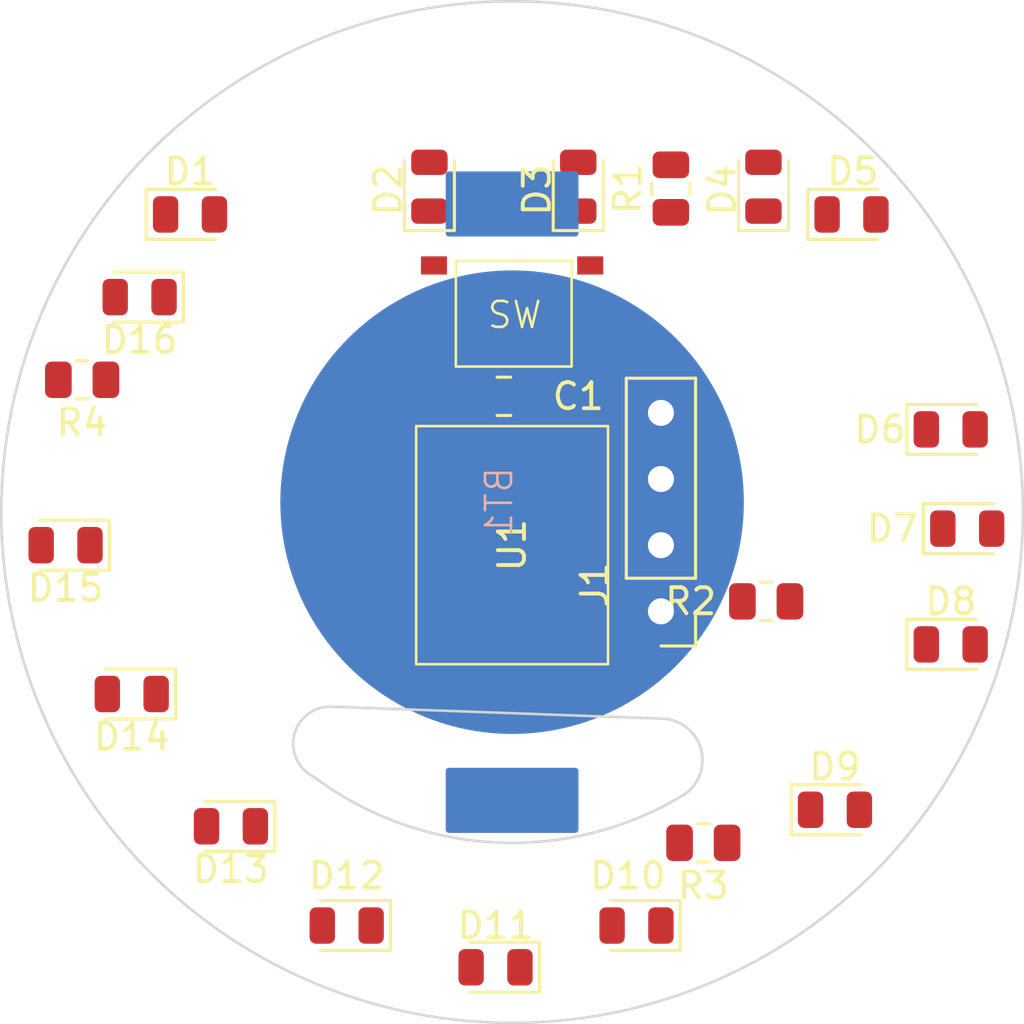
<source format=kicad_pcb>
(kicad_pcb (version 20221018) (generator pcbnew)
  (layers (0 "F.Cu" signal) (31 "B.Cu" signal) (34 "B.Paste" user) (35 "F.Paste" user) (36 "B.SilkS" user "B.Silkscreen") (37 "F.SilkS" user "F.Silkscreen") (38 "B.Mask" user) (39 "F.Mask" user) (44 "Edge.Cuts" user))
  (net 0 "")
  (net 1 "GND")
  (net 2 "/SW")
  (net 4 "VCC")
  (net 5 "/O-")
  (net 6 "/D+")
  (net 7 "/C+")
  (net 8 "/TX")
  (net 9 "/B+")
  (net 10 "/A+")
  (net 11 "/UPDI")
  (net 12 "/L-")
  (net 13 "/M-")
  (net 14 "/N-")
  (net 15 "Net-(D5-A)")
  (net 16 "Net-(D1-A)")
  (net 17 "Net-(D10-A)")
  (net 18 "Net-(D13-A)")
  (net 19 "/P-")
  (footprint "LED_SMD:LED_0805_2012Metric" (layer "F.Cu") (at 124.7925 104.775)
    (fp_text reference "D5" (at 0.0485 -1.651) (layer "F.SilkS"))
    (fp_text value "LED")
    (fp_line (start -1.685 -0.96) (end -1.685 0.96) (stroke (width 0.12)) (layer "F.SilkS"))
    (fp_line (start -1.685 0.96) (end 1 0.96) (stroke (width 0.12)) (layer "F.SilkS"))
    (fp_line (start 1 -0.96) (end -1.685 -0.96) (stroke (width 0.12)) (layer "F.SilkS"))
    (pad "1" smd roundrect (at -0.9375 0) (size 0.975 1.4) (layers "F.Cu" "F.Paste" "F.Mask") (net 13 "/M-"))
    (pad "2" smd roundrect (at 0.9375 0) (size 0.975 1.4) (layers "F.Cu" "F.Paste" "F.Mask") (net 15 "Net-(D5-A)"))
  )
  (footprint "Resistor_SMD:R_0805_2012Metric" (layer "F.Cu") (at 119.1025 128.905 180)
    (fp_text reference "R3" (at 0 -1.65) (layer "F.SilkS"))
    (fp_text value "27Ω")
    (fp_line (start -0.227064 -0.735) (end 0.227064 -0.735) (stroke (width 0.12)) (layer "F.SilkS"))
    (fp_line (start -0.227064 0.735) (end 0.227064 0.735) (stroke (width 0.12)) (layer "F.SilkS"))
    (pad "1" smd roundrect (at -0.9125 0 180) (size 1.025 1.4) (layers "F.Cu" "F.Paste" "F.Mask") (roundrect_rratio 0.243902) (net 7 "/C+"))
    (pad "2" smd roundrect (at 0.9125 0 180) (size 1.025 1.4) (layers "F.Cu" "F.Paste" "F.Mask") (roundrect_rratio 0.243902) (net 17 "Net-(D10-A)"))
  )
  (footprint "LED_SMD:LED_0805_2012Metric" (layer "F.Cu") (at 97.4575 107.95 180)
    (fp_text reference "D16" (at 0 -1.65) (layer "F.SilkS"))
    (fp_text value "LED")
    (fp_line (start -1.685 -0.96) (end -1.685 0.96) (stroke (width 0.12)) (layer "F.SilkS"))
    (fp_line (start -1.685 0.96) (end 1 0.96) (stroke (width 0.12)) (layer "F.SilkS"))
    (fp_line (start 1 -0.96) (end -1.685 -0.96) (stroke (width 0.12)) (layer "F.SilkS"))
    (pad "1" smd roundrect (at -0.9375 0 180) (size 0.975 1.4) (layers "F.Cu" "F.Paste" "F.Mask") (net 19 "/P-"))
    (pad "2" smd roundrect (at 0.9375 0 180) (size 0.975 1.4) (layers "F.Cu" "F.Paste" "F.Mask") (net 18 "Net-(D13-A)"))
  )
  (footprint "LED_SMD:LED_0805_2012Metric" (layer "F.Cu") (at 128.6025 121.285)
    (fp_text reference "D8" (at 0 -1.65) (layer "F.SilkS"))
    (fp_text value "LED")
    (fp_line (start -1.685 -0.96) (end -1.685 0.96) (stroke (width 0.12)) (layer "F.SilkS"))
    (fp_line (start -1.685 0.96) (end 1 0.96) (stroke (width 0.12)) (layer "F.SilkS"))
    (fp_line (start 1 -0.96) (end -1.685 -0.96) (stroke (width 0.12)) (layer "F.SilkS"))
    (pad "1" smd roundrect (at -0.9375 0) (size 0.975 1.4) (layers "F.Cu" "F.Paste" "F.Mask") (net 19 "/P-"))
    (pad "2" smd roundrect (at 0.9375 0) (size 0.975 1.4) (layers "F.Cu" "F.Paste" "F.Mask") (net 15 "Net-(D5-A)"))
  )
  (footprint "LED_SMD:LED_0805_2012Metric" (layer "F.Cu") (at 111.125 133.6825 180)
    (fp_text reference "D11" (at 0 1.6025) (layer "F.SilkS"))
    (fp_text value "LED")
    (fp_line (start -1.685 -0.96) (end -1.685 0.96) (stroke (width 0.12)) (layer "F.SilkS"))
    (fp_line (start -1.685 0.96) (end 1 0.96) (stroke (width 0.12)) (layer "F.SilkS"))
    (fp_line (start 1 -0.96) (end -1.685 -0.96) (stroke (width 0.12)) (layer "F.SilkS"))
    (pad "1" smd roundrect (at -0.9375 0 180) (size 0.975 1.4) (layers "F.Cu" "F.Paste" "F.Mask") (net 5 "/O-"))
    (pad "2" smd roundrect (at 0.9375 0 180) (size 0.975 1.4) (layers "F.Cu" "F.Paste" "F.Mask") (net 17 "Net-(D10-A)"))
  )
  (footprint "MyLib:PTS526 SM15 SMTR2 LFS" (layer "F.Cu") (at 111.76 108.585)
    (fp_text reference "SW1")
    (fp_text value "SW_Push")
    (fp_text user "SW" (at -1.016 0.635 unlocked) (layer "F.SilkS") (effects (font (thickness 0.1)) (justify left bottom)))
    (fp_rect (start -2.159 -2.032) (end 2.286 2.032) (stroke (width 0.1)) (fill none) (layer "F.SilkS"))
    (pad "1" smd roundrect (at -3 -1.85) (size 1 0.7) (layers "F.Cu" "F.Paste" "F.Mask") (roundrect_rratio 0.05) (net 1 "GND"))
    (pad "1" smd roundrect (at 3 -1.85) (size 1 0.7) (layers "F.Cu" "F.Paste" "F.Mask") (roundrect_rratio 0.05) (net 1 "GND"))
    (pad "2" smd roundrect (at -3 1.85) (size 1 0.7) (layers "F.Cu" "F.Paste" "F.Mask") (roundrect_rratio 0.05) (net 2 "/SW"))
    (pad "2" smd roundrect (at 3 1.85) (size 1 0.7) (layers "F.Cu" "F.Paste" "F.Mask") (roundrect_rratio 0.05) (net 2 "/SW"))
  )
  (footprint "LED_SMD:LED_0805_2012Metric" (layer "F.Cu") (at 129.2375 116.84)
    (fp_text reference "D7" (at -2.8725 0) (layer "F.SilkS"))
    (fp_text value "LED")
    (fp_line (start -1.685 -0.96) (end -1.685 0.96) (stroke (width 0.12)) (layer "F.SilkS"))
    (fp_line (start -1.685 0.96) (end 1 0.96) (stroke (width 0.12)) (layer "F.SilkS"))
    (fp_line (start 1 -0.96) (end -1.685 -0.96) (stroke (width 0.12)) (layer "F.SilkS"))
    (pad "1" smd roundrect (at -0.9375 0) (size 0.975 1.4) (layers "F.Cu" "F.Paste" "F.Mask") (net 5 "/O-"))
    (pad "2" smd roundrect (at 0.9375 0) (size 0.975 1.4) (layers "F.Cu" "F.Paste" "F.Mask") (net 15 "Net-(D5-A)"))
  )
  (footprint "LED_SMD:LED_0805_2012Metric" (layer "F.Cu") (at 94.615 117.475 180)
    (fp_text reference "D15" (at 0 -1.65) (layer "F.SilkS"))
    (fp_text value "LED")
    (fp_line (start -1.685 -0.96) (end -1.685 0.96) (stroke (width 0.12)) (layer "F.SilkS"))
    (fp_line (start -1.685 0.96) (end 1 0.96) (stroke (width 0.12)) (layer "F.SilkS"))
    (fp_line (start 1 -0.96) (end -1.685 -0.96) (stroke (width 0.12)) (layer "F.SilkS"))
    (pad "1" smd roundrect (at -0.9375 0 180) (size 0.975 1.4) (layers "F.Cu" "F.Paste" "F.Mask") (net 5 "/O-"))
    (pad "2" smd roundrect (at 0.9375 0 180) (size 0.975 1.4) (layers "F.Cu" "F.Paste" "F.Mask") (net 18 "Net-(D13-A)"))
  )
  (footprint "LED_SMD:LED_0805_2012Metric" (layer "F.Cu") (at 116.5375 132.08 180)
    (fp_text reference "D10" (at 0.3325 1.905) (layer "F.SilkS"))
    (fp_text value "LED")
    (fp_line (start -1.685 -0.96) (end -1.685 0.96) (stroke (width 0.12)) (layer "F.SilkS"))
    (fp_line (start -1.685 0.96) (end 1 0.96) (stroke (width 0.12)) (layer "F.SilkS"))
    (fp_line (start 1 -0.96) (end -1.685 -0.96) (stroke (width 0.12)) (layer "F.SilkS"))
    (pad "1" smd roundrect (at -0.9375 0 180) (size 0.975 1.4) (layers "F.Cu" "F.Paste" "F.Mask") (net 14 "/N-"))
    (pad "2" smd roundrect (at 0.9375 0 180) (size 0.975 1.4) (layers "F.Cu" "F.Paste" "F.Mask") (net 17 "Net-(D10-A)"))
  )
  (footprint "LED_SMD:LED_0805_2012Metric" (layer "F.Cu") (at 121.412 103.7105 90)
    (fp_text reference "D4" (at -0.129744 -1.585025 90) (layer "F.SilkS"))
    (fp_text value "LED")
    (fp_line (start -1.685 -0.96) (end -1.685 0.96) (stroke (width 0.12)) (layer "F.SilkS"))
    (fp_line (start -1.685 0.96) (end 1 0.96) (stroke (width 0.12)) (layer "F.SilkS"))
    (fp_line (start 1 -0.96) (end -1.685 -0.96) (stroke (width 0.12)) (layer "F.SilkS"))
    (pad "1" smd roundrect (at -0.9375 0 90) (size 0.975 1.4) (layers "F.Cu" "F.Paste" "F.Mask") (net 19 "/P-"))
    (pad "2" smd roundrect (at 0.9375 0 90) (size 0.975 1.4) (layers "F.Cu" "F.Paste" "F.Mask") (net 16 "Net-(D1-A)"))
  )
  (footprint "LED_SMD:LED_0805_2012Metric" (layer "F.Cu") (at 105.41 132.08 180)
    (fp_text reference "D12" (at 0 1.905) (layer "F.SilkS"))
    (fp_text value "LED")
    (fp_line (start -1.685 -0.96) (end -1.685 0.96) (stroke (width 0.12)) (layer "F.SilkS"))
    (fp_line (start -1.685 0.96) (end 1 0.96) (stroke (width 0.12)) (layer "F.SilkS"))
    (fp_line (start 1 -0.96) (end -1.685 -0.96) (stroke (width 0.12)) (layer "F.SilkS"))
    (pad "1" smd roundrect (at -0.9375 0 180) (size 0.975 1.4) (layers "F.Cu" "F.Paste" "F.Mask") (net 19 "/P-"))
    (pad "2" smd roundrect (at 0.9375 0 180) (size 0.975 1.4) (layers "F.Cu" "F.Paste" "F.Mask") (net 17 "Net-(D10-A)"))
  )
  (footprint "LED_SMD:LED_0805_2012Metric" (layer "F.Cu") (at 124.1575 127.635)
    (fp_text reference "D9" (at 0 -1.65) (layer "F.SilkS"))
    (fp_text value "LED")
    (fp_line (start -1.685 -0.96) (end -1.685 0.96) (stroke (width 0.12)) (layer "F.SilkS"))
    (fp_line (start -1.685 0.96) (end 1 0.96) (stroke (width 0.12)) (layer "F.SilkS"))
    (fp_line (start 1 -0.96) (end -1.685 -0.96) (stroke (width 0.12)) (layer "F.SilkS"))
    (pad "1" smd roundrect (at -0.9375 0) (size 0.975 1.4) (layers "F.Cu" "F.Paste" "F.Mask") (net 13 "/M-"))
    (pad "2" smd roundrect (at 0.9375 0) (size 0.975 1.4) (layers "F.Cu" "F.Paste" "F.Mask") (net 17 "Net-(D10-A)"))
  )
  (footprint "Resistor_SMD:R_0805_2012Metric" (layer "F.Cu") (at 117.856 103.7825 90)
    (fp_text reference "R1" (at 0 -1.65 90) (layer "F.SilkS"))
    (fp_text value "27Ω")
    (fp_line (start -0.227064 -0.735) (end 0.227064 -0.735) (stroke (width 0.12)) (layer "F.SilkS"))
    (fp_line (start -0.227064 0.735) (end 0.227064 0.735) (stroke (width 0.12)) (layer "F.SilkS"))
    (pad "1" smd roundrect (at -0.9125 0 90) (size 1.025 1.4) (layers "F.Cu" "F.Paste" "F.Mask") (roundrect_rratio 0.243902) (net 10 "/A+"))
    (pad "2" smd roundrect (at 0.9125 0 90) (size 1.025 1.4) (layers "F.Cu" "F.Paste" "F.Mask") (roundrect_rratio 0.243902) (net 16 "Net-(D1-A)"))
  )
  (footprint "LED_SMD:LED_0805_2012Metric" (layer "F.Cu") (at 128.6025 113.03)
    (fp_text reference "D6" (at -2.7155 0) (layer "F.SilkS"))
    (fp_text value "LED")
    (fp_line (start -1.685 -0.96) (end -1.685 0.96) (stroke (width 0.12)) (layer "F.SilkS"))
    (fp_line (start -1.685 0.96) (end 1 0.96) (stroke (width 0.12)) (layer "F.SilkS"))
    (fp_line (start 1 -0.96) (end -1.685 -0.96) (stroke (width 0.12)) (layer "F.SilkS"))
    (pad "1" smd roundrect (at -0.9375 0) (size 0.975 1.4) (layers "F.Cu" "F.Paste" "F.Mask") (net 14 "/N-"))
    (pad "2" smd roundrect (at 0.9375 0) (size 0.975 1.4) (layers "F.Cu" "F.Paste" "F.Mask") (net 15 "Net-(D5-A)"))
  )
  (footprint "LED_SMD:LED_0805_2012Metric" (layer "F.Cu") (at 108.585 103.7105 90)
    (fp_text reference "D2" (at -0.129744 -1.585025 90) (layer "F.SilkS"))
    (fp_text value "LED")
    (fp_line (start -1.685 -0.96) (end -1.685 0.96) (stroke (width 0.12)) (layer "F.SilkS"))
    (fp_line (start -1.685 0.96) (end 1 0.96) (stroke (width 0.12)) (layer "F.SilkS"))
    (fp_line (start 1 -0.96) (end -1.685 -0.96) (stroke (width 0.12)) (layer "F.SilkS"))
    (pad "1" smd roundrect (at -0.9375 0 90) (size 0.975 1.4) (layers "F.Cu" "F.Paste" "F.Mask") (net 14 "/N-"))
    (pad "2" smd roundrect (at 0.9375 0 90) (size 0.975 1.4) (layers "F.Cu" "F.Paste" "F.Mask") (net 16 "Net-(D1-A)"))
  )
  (footprint "Package_SO:SOIC-14_3.9x8.7mm_P1.27mm" (layer "F.Cu") (at 111.76 117.475)
    (fp_text reference "U1" (at 0 0 90) (layer "F.SilkS"))
    (fp_text value "ATtiny414-SS")
    (fp_rect (start -3.683 -4.572) (end 3.683 4.572) (stroke (width 0.1)) (fill none) (layer "F.SilkS"))
    (pad "1" smd roundrect (at -2.475 -3.81) (size 1.95 0.6) (layers "F.Cu" "F.Paste" "F.Mask") (net 4 "VCC"))
    (pad "2" smd roundrect (at -2.475 -2.54) (size 1.95 0.6) (layers "F.Cu" "F.Paste" "F.Mask") (net 5 "/O-"))
    (pad "3" smd roundrect (at -2.475 -1.27) (size 1.95 0.6) (layers "F.Cu" "F.Paste" "F.Mask"))
    (pad "4" smd roundrect (at -2.475 0) (size 1.95 0.6) (layers "F.Cu" "F.Paste" "F.Mask") (net 6 "/D+"))
    (pad "5" smd roundrect (at -2.475 1.27) (size 1.95 0.6) (layers "F.Cu" "F.Paste" "F.Mask") (net 2 "/SW"))
    (pad "6" smd roundrect (at -2.475 2.54) (size 1.95 0.6) (layers "F.Cu" "F.Paste" "F.Mask") (net 7 "/C+"))
    (pad "7" smd roundrect (at -2.475 3.81) (size 1.95 0.6) (layers "F.Cu" "F.Paste" "F.Mask") (net 8 "/TX"))
    (pad "8" smd roundrect (at 2.475 3.81) (size 1.95 0.6) (layers "F.Cu" "F.Paste" "F.Mask") (net 9 "/B+"))
    (pad "9" smd roundrect (at 2.475 2.54) (size 1.95 0.6) (layers "F.Cu" "F.Paste" "F.Mask") (net 10 "/A+"))
    (pad "10" smd roundrect (at 2.475 1.27) (size 1.95 0.6) (layers "F.Cu" "F.Paste" "F.Mask") (net 11 "/UPDI"))
    (pad "11" smd roundrect (at 2.475 0) (size 1.95 0.6) (layers "F.Cu" "F.Paste" "F.Mask") (net 12 "/L-"))
    (pad "12" smd roundrect (at 2.475 -1.27) (size 1.95 0.6) (layers "F.Cu" "F.Paste" "F.Mask") (net 13 "/M-"))
    (pad "13" smd roundrect (at 2.475 -2.54) (size 1.95 0.6) (layers "F.Cu" "F.Paste" "F.Mask") (net 14 "/N-"))
    (pad "14" smd roundrect (at 2.475 -3.81) (size 1.95 0.6) (layers "F.Cu" "F.Paste" "F.Mask") (net 1 "GND"))
  )
  (footprint "LED_SMD:LED_0805_2012Metric" (layer "F.Cu") (at 97.155 123.19 180)
    (fp_text reference "D14" (at 0 -1.65) (layer "F.SilkS"))
    (fp_text value "LED")
    (fp_line (start -1.685 -0.96) (end -1.685 0.96) (stroke (width 0.12)) (layer "F.SilkS"))
    (fp_line (start -1.685 0.96) (end 1 0.96) (stroke (width 0.12)) (layer "F.SilkS"))
    (fp_line (start 1 -0.96) (end -1.685 -0.96) (stroke (width 0.12)) (layer "F.SilkS"))
    (pad "1" smd roundrect (at -0.9375 0 180) (size 0.975 1.4) (layers "F.Cu" "F.Paste" "F.Mask") (net 14 "/N-"))
    (pad "2" smd roundrect (at 0.9375 0 180) (size 0.975 1.4) (layers "F.Cu" "F.Paste" "F.Mask") (net 18 "Net-(D13-A)"))
  )
  (footprint "Capacitor_SMD:C_0805_2012Metric" (layer "F.Cu") (at 111.445 111.76)
    (fp_text reference "C1" (at 2.855 0) (layer "F.SilkS"))
    (fp_text value "1uF")
    (fp_line (start -0.261252 -0.735) (end 0.261252 -0.735) (stroke (width 0.12)) (layer "F.SilkS"))
    (fp_line (start -0.261252 0.735) (end 0.261252 0.735) (stroke (width 0.12)) (layer "F.SilkS"))
    (pad "1" smd roundrect (at -0.95 0) (size 1 1.45) (layers "F.Cu" "F.Paste" "F.Mask") (net 4 "VCC"))
    (pad "2" smd roundrect (at 0.95 0) (size 1 1.45) (layers "F.Cu" "F.Paste" "F.Mask") (net 1 "GND"))
  )
  (footprint "LED_SMD:LED_0805_2012Metric" (layer "F.Cu") (at 114.3 103.7105 90)
    (fp_text reference "D3" (at -0.129744 -1.585025 90) (layer "F.SilkS"))
    (fp_text value "LED")
    (fp_line (start -1.685 -0.96) (end -1.685 0.96) (stroke (width 0.12)) (layer "F.SilkS"))
    (fp_line (start -1.685 0.96) (end 1 0.96) (stroke (width 0.12)) (layer "F.SilkS"))
    (fp_line (start 1 -0.96) (end -1.685 -0.96) (stroke (width 0.12)) (layer "F.SilkS"))
    (pad "1" smd roundrect (at -0.9375 0 90) (size 0.975 1.4) (layers "F.Cu" "F.Paste" "F.Mask") (net 5 "/O-"))
    (pad "2" smd roundrect (at 0.9375 0 90) (size 0.975 1.4) (layers "F.Cu" "F.Paste" "F.Mask") (net 16 "Net-(D1-A)"))
  )
  (footprint "Connector_PinHeader_2.54mm:PinHeader_1x04_P2.54mm_Vertical" (layer "F.Cu") (at 117.475 120.015 180)
    (fp_text reference "J1" (at 2.54 1.016 90) (layer "F.SilkS"))
    (fp_text value "Conn_01x04_Pin")
    (fp_line (start -1.33 -1.33) (end 0 -1.33) (stroke (width 0.12)) (layer "F.SilkS"))
    (fp_line (start -1.33 0) (end -1.33 -1.33) (stroke (width 0.12)) (layer "F.SilkS"))
    (fp_line (start -1.33 1.27) (end -1.33 8.95) (stroke (width 0.12)) (layer "F.SilkS"))
    (fp_line (start -1.33 1.27) (end 1.33 1.27) (stroke (width 0.12)) (layer "F.SilkS"))
    (fp_line (start -1.33 8.95) (end 1.33 8.95) (stroke (width 0.12)) (layer "F.SilkS"))
    (fp_line (start 1.33 1.27) (end 1.33 8.95) (stroke (width 0.12)) (layer "F.SilkS"))
    (pad "1" thru_hole rect (at 0 0 180) (size 1.7 1.7) (drill 1) (layers "*.Cu" "*.Mask") (net 1 "GND"))
    (pad "2" thru_hole oval (at 0 2.54 180) (size 1.7 1.7) (drill 1) (layers "*.Cu" "*.Mask") (net 4 "VCC"))
    (pad "3" thru_hole oval (at 0 5.08 180) (size 1.7 1.7) (drill 1) (layers "*.Cu" "*.Mask") (net 8 "/TX"))
    (pad "4" thru_hole oval (at 0 7.62 180) (size 1.7 1.7) (drill 1) (layers "*.Cu" "*.Mask") (net 11 "/UPDI"))
  )
  (footprint "Resistor_SMD:R_0805_2012Metric" (layer "F.Cu") (at 95.25 111.125 180)
    (fp_text reference "R4" (at 0 -1.65) (layer "F.SilkS"))
    (fp_text value "27Ω")
    (fp_line (start -0.227064 -0.735) (end 0.227064 -0.735) (stroke (width 0.12)) (layer "F.SilkS"))
    (fp_line (start -0.227064 0.735) (end 0.227064 0.735) (stroke (width 0.12)) (layer "F.SilkS"))
    (pad "1" smd roundrect (at -0.9125 0 180) (size 1.025 1.4) (layers "F.Cu" "F.Paste" "F.Mask") (roundrect_rratio 0.243902) (net 6 "/D+"))
    (pad "2" smd roundrect (at 0.9125 0 180) (size 1.025 1.4) (layers "F.Cu" "F.Paste" "F.Mask") (roundrect_rratio 0.243902) (net 18 "Net-(D13-A)"))
  )
  (footprint "LED_SMD:LED_0805_2012Metric" (layer "F.Cu") (at 99.3925 104.775)
    (fp_text reference "D1" (at 0 -1.65) (layer "F.SilkS"))
    (fp_text value "LED")
    (fp_line (start -1.685 -0.96) (end -1.685 0.96) (stroke (width 0.12)) (layer "F.SilkS"))
    (fp_line (start -1.685 0.96) (end 1 0.96) (stroke (width 0.12)) (layer "F.SilkS"))
    (fp_line (start 1 -0.96) (end -1.685 -0.96) (stroke (width 0.12)) (layer "F.SilkS"))
    (pad "1" smd roundrect (at -0.9375 0) (size 0.975 1.4) (layers "F.Cu" "F.Paste" "F.Mask") (net 13 "/M-"))
    (pad "2" smd roundrect (at 0.9375 0) (size 0.975 1.4) (layers "F.Cu" "F.Paste" "F.Mask") (net 16 "Net-(D1-A)"))
  )
  (footprint "LED_SMD:LED_0805_2012Metric" (layer "F.Cu") (at 100.965 128.27 180)
    (fp_text reference "D13" (at 0 -1.65) (layer "F.SilkS"))
    (fp_text value "LED")
    (fp_line (start -1.685 -0.96) (end -1.685 0.96) (stroke (width 0.12)) (layer "F.SilkS"))
    (fp_line (start -1.685 0.96) (end 1 0.96) (stroke (width 0.12)) (layer "F.SilkS"))
    (fp_line (start 1 -0.96) (end -1.685 -0.96) (stroke (width 0.12)) (layer "F.SilkS"))
    (pad "1" smd roundrect (at -0.9375 0 180) (size 0.975 1.4) (layers "F.Cu" "F.Paste" "F.Mask") (net 13 "/M-"))
    (pad "2" smd roundrect (at 0.9375 0 180) (size 0.975 1.4) (layers "F.Cu" "F.Paste" "F.Mask") (net 18 "Net-(D13-A)"))
  )
  (footprint "Resistor_SMD:R_0805_2012Metric" (layer "F.Cu") (at 121.5155 119.634)
    (fp_text reference "R2" (at -2.8975 0) (layer "F.SilkS"))
    (fp_text value "27Ω")
    (fp_line (start -0.227064 -0.735) (end 0.227064 -0.735) (stroke (width 0.12)) (layer "F.SilkS"))
    (fp_line (start -0.227064 0.735) (end 0.227064 0.735) (stroke (width 0.12)) (layer "F.SilkS"))
    (pad "1" smd roundrect (at -0.9125 0) (size 1.025 1.4) (layers "F.Cu" "F.Paste" "F.Mask") (roundrect_rratio 0.243902) (net 9 "/B+"))
    (pad "2" smd roundrect (at 0.9125 0) (size 1.025 1.4) (layers "F.Cu" "F.Paste" "F.Mask") (roundrect_rratio 0.243902) (net 15 "Net-(D5-A)"))
  )
  (footprint "MyLib:BAT-HLD-001" (layer "B.Cu") (at 111.76 115.824 -90)
    (fp_text reference "BT1" (at 0 0.5 90 unlocked) (layer "B.SilkS") (effects (font (thickness 0.1)) (justify mirror)))
    (fp_text value "Battery_Cell")
    (pad "1" smd roundrect (at -11.45 0 270) (size 2.5 5.1) (layers "B.Cu" "B.Paste" "B.Mask") (roundrect_rratio 0.05) (net 4 "VCC"))
    (pad "1" smd roundrect (at 11.45 0 270) (size 2.5 5.1) (layers "B.Cu" "B.Paste" "B.Mask") (roundrect_rratio 0.05) (net 4 "VCC"))
    (pad "2" smd circle (at 0 0 270) (size 17.8 17.8) (layers "B.Cu" "B.Paste" "B.Mask") (net 1 "GND"))
  )
  (gr_line (start 104.775 123.675097) (end 117.475 124.134617) (stroke (width 0.1)) (layer "Edge.Cuts"))
  (gr_arc (start 104.14 126.365) (mid 103.393081 124.768773) (end 104.775 123.675097) (stroke (width 0.1)) (layer "Edge.Cuts"))
  (gr_circle (center 111.76 116.205) (end 121.285 99.06) (stroke (width 0.1)) (fill none) (layer "Edge.Cuts"))
  (gr_arc (start 118.199156 127.151565) (mid 111.050585 128.885171) (end 104.14 126.365) (stroke (width 0.1)) (layer "Edge.Cuts"))
  (gr_arc (start 117.475 124.134617) (mid 119.02632 125.357637) (end 118.199157 127.151564) (stroke (width 0.1)) (layer "Edge.Cuts"))
  (segment (start 105.41 116.205) (end 107.95 118.745) (width 0.25) (layer "F.Cu") (net 2))
  (segment (start 107.37 109.8) (end 105.41 111.76) (width 0.25) (layer "F.Cu") (net 2))
  (segment (start 105.41 111.76) (end 105.41 116.205) (width 0.25) (layer "F.Cu") (net 2))
  (segment (start 108.76 109.8) (end 107.37 109.8) (width 0.25) (layer "F.Cu") (net 2))
  (segment (start 114.76 109.8) (end 108.76 109.8) (width 0.25) (layer "F.Cu") (net 2))
  (segment (start 107.95 118.745) (end 109.285 118.745) (width 0.25) (layer "F.Cu") (net 2))
  (segment (start 109.285 112.97) (end 110.495 111.76) (width 0.25) (layer "F.Cu") (net 4))
  (segment (start 109.285 113.665) (end 109.285 112.97) (width 0.25) (layer "F.Cu") (net 4))
)
</source>
